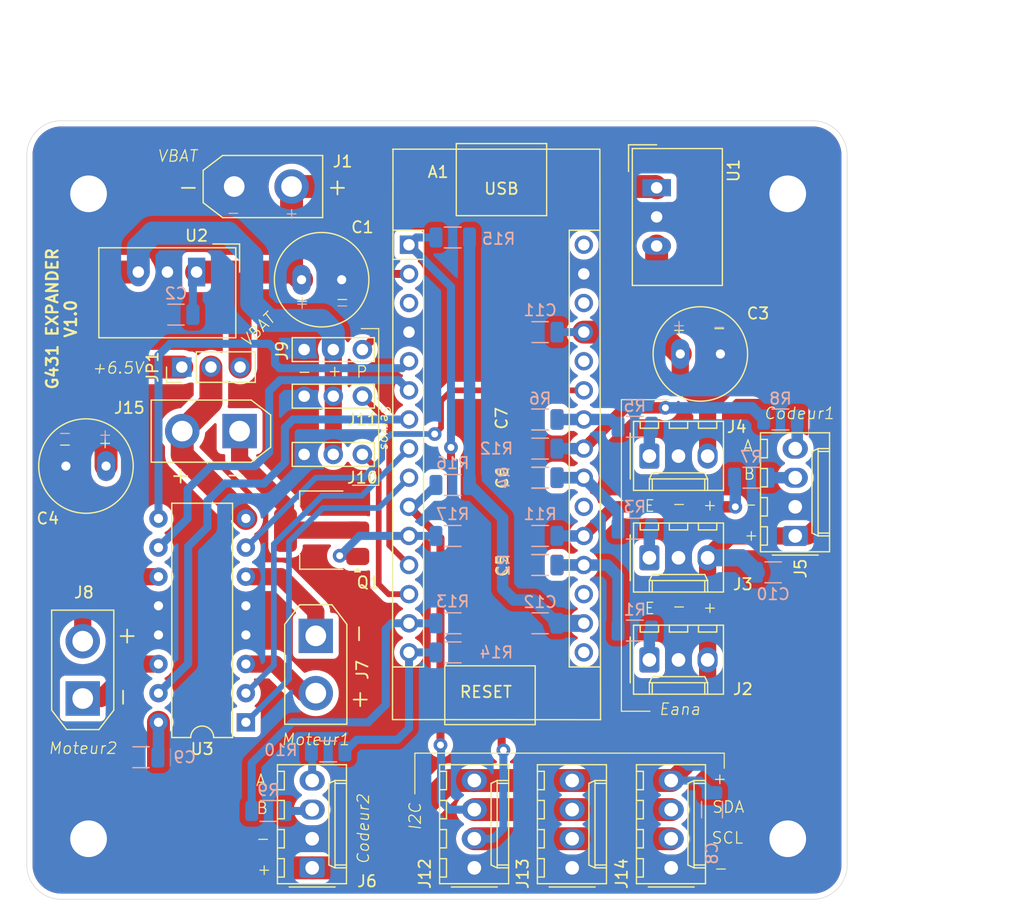
<source format=kicad_pcb>
(kicad_pcb (version 20240108) (generator "pcbnew") (generator_version "8.0")
  (layers (0 "F.Cu" signal) (31 "B.Cu" signal) (34 "B.Paste" user) (35 "F.Paste" user) (36 "B.SilkS" user "B.Silkscreen") (37 "F.SilkS" user "F.Silkscreen") (38 "B.Mask" user) (39 "F.Mask" user) (44 "Edge.Cuts" user))
  (net 0 "")
  (net 1 "/Moteur2_PWM")
  (net 2 "GND")
  (net 5 "/Cde_Mosfet")
  (net 6 "+3.3V")
  (net 8 "/Moteur2_Sens1")
  (net 9 "/Moteur1_PWM")
  (net 10 "/Servo3_PWM")
  (net 12 "+5V")
  (net 14 "/Moteur1_Sens2")
  (net 15 "/Eana2")
  (net 16 "/Eana1")
  (net 17 "/I2C_SCL")
  (net 18 "/Servo1_PWM")
  (net 19 "/I2C_SDA")
  (net 20 "/Moteur1_Sens1")
  (net 21 "/Servo2_PWM")
  (net 22 "/Eana3")
  (net 24 "/Moteur2_Sens2")
  (net 26 "/VBAT")
  (net 27 "/+6.5V")
  (net 28 "/Eana1f")
  (net 29 "/Eana2f")
  (net 30 "/Eana3f")
  (net 31 "Net-(J5-Pin_4)")
  (net 32 "Net-(J5-Pin_3)")
  (net 33 "Net-(J6-Pin_3)")
  (net 34 "Net-(J6-Pin_4)")
  (net 35 "/Mot1_2")
  (net 36 "/Mot1_1")
  (net 37 "/Mot2_2")
  (net 38 "/Mot2_1")
  (net 39 "/+VACTUATORS")
  (net 40 "Net-(J15--)")
  (net 41 "/Codeur1_A")
  (net 42 "/Codeur2_A")
  (net 43 "/Codeur1_B")
  (net 44 "/Codeur2_B")
  (footprint "Connector_Molex:Molex_KK-254_AE-6410-04A_1x04_P2.54mm_Vertical" (layer "F.Cu") (at 149.0365 110.236 90)
    (property "Reference" "J6")
    (property "Value" "Conn_01x04")
  )
  (footprint "Connector_Molex:Molex_KK-254_AE-6410-04A_1x04_P2.54mm_Vertical" (layer "F.Cu") (at 180.34 110.236 90)
    (property "Reference" "J14")
    (property "Value" "Conn_01x04")
  )
  (footprint "Package_TO_SOT_SMD:SOT-223-3_TabPin2" (layer "F.Cu") (at 149.86 80.772 180)
    (property "Reference" "Q1")
    (property "Value" "BSP-76")
  )
  (footprint "Converter_DCDC:Converter_DCDC_TRACO_TSR-1_THT" (layer "F.Cu") (at 179.07 50.9075 -90)
    (property "Reference" "U1")
    (property "Value" "TSR_2-2450")
  )
  (footprint "Capacitor_SMD:C_1206_3216Metric" (layer "F.Cu") (at 168.91 83.82)
    (property "Reference" "C5")
    (property "Value" "Value")
  )
  (footprint "XT30:AMASS_XT30UPB-M_1x02_P5.0mm_Vertical" (layer "F.Cu") (at 142.24 50.8)
    (property "Reference" "J1")
    (property "Value" "Conn_XT30M")
  )
  (footprint "Passive:C_Radial_D8.0mm_H11.5mm_P3.50mm" (layer "F.Cu") (at 131.064 75.184 180)
    (property "Reference" "C4")
    (property "Value" "220u")
  )
  (footprint "Connector_Molex:Molex_KK-254_AE-6410-04A_1x04_P2.54mm_Vertical" (layer "F.Cu") (at 191.155 81.28 90)
    (property "Reference" "J5")
    (property "Value" "Conn_01x04")
  )
  (footprint "Nucleo-STM32:Nucleo32-STM32-2x15pins" (layer "F.Cu") (at 157.48 53.34)
    (property "Reference" "A1")
    (property "Value" "Nucleo32-STM32G431KB")
  )
  (footprint "Connector_Molex:Molex_KK-254_AE-6410-03A_1x03_P2.54mm_Vertical" (layer "F.Cu") (at 178.435 74.315)
    (property "Reference" "J4")
    (property "Value" "Conn_01x03")
  )
  (footprint "MountingHole:MountingHole_3.2mm_M3_Pad" (layer "F.Cu") (at 129.54 51.435)
    (property "Reference" "H1" (hide yes))
    (property "Value" "MountingHole_Pad")
  )
  (footprint "Connector_Molex:Molex_KK-254_AE-6410-04A_1x04_P2.54mm_Vertical" (layer "F.Cu") (at 171.704 110.236 90)
    (property "Reference" "J13")
    (property "Value" "Conn_01x04")
  )
  (footprint "Servomotors:Servomotor-3x254" (layer "F.Cu") (at 153.416 74.168 180)
    (property "Reference" "J10")
    (property "Value" "Conn_01x03")
  )
  (footprint "Connector_Molex:Molex_KK-254_AE-6410-04A_1x04_P2.54mm_Vertical" (layer "F.Cu") (at 163.175 110.236 90)
    (property "Reference" "J12")
    (property "Value" "Conn_01x04")
  )
  (footprint "Converter_DCDC:Converter_DCDC_TRACO_TSR-1_THT" (layer "F.Cu") (at 138.9575 58.2615 180)
    (property "Reference" "U2")
    (property "Value" "TSR_2-2465")
  )
  (footprint "Connector_Molex:Molex_KK-254_AE-6410-03A_1x03_P2.54mm_Vertical" (layer "F.Cu") (at 178.435 92.095)
    (property "Reference" "J2")
    (property "Value" "Conn_01x03")
  )
  (footprint "Package_DIP:DIP-16_W7.62mm" (layer "F.Cu") (at 143.256 97.536 180)
    (property "Reference" "U3")
    (property "Value" "L293D")
  )
  (footprint "Servomotors:Servomotor-3x254" (layer "F.Cu") (at 153.4195 69.088 180)
    (property "Reference" "J11")
    (property "Value" "Conn_01x03")
  )
  (footprint "XT30:AMASS_XT30UPB-F_1x02_P5.0mm_Vertical" (layer "F.Cu") (at 129.032 95.464 90)
    (property "Reference" "J8")
    (property "Value" "Conn_XT30F")
  )
  (footprint "Connector_PinHeader_2.54mm:PinHeader_1x03_P2.54mm_Vertical" (layer "F.Cu") (at 137.668 66.548 90)
    (property "Reference" "JP1")
    (property "Value" "SolderJumper_3_Open")
  )
  (footprint "Connector_Molex:Molex_KK-254_AE-6410-03A_1x03_P2.54mm_Vertical" (layer "F.Cu") (at 178.435 83.185)
    (property "Reference" "J3")
    (property "Value" "Conn_01x03")
  )
  (footprint "MountingHole:MountingHole_3.2mm_M3_Pad" (layer "F.Cu") (at 190.5 107.696)
    (property "Reference" "H4" (hide yes))
    (property "Value" "MountingHole_Pad")
  )
  (footprint "MountingHole:MountingHole_3.2mm_M3_Pad" (layer "F.Cu") (at 190.5 51.435)
    (property "Reference" "H2" (hide yes))
    (property "Value" "MountingHole_Pad")
  )
  (footprint "Capacitor_SMD:C_1206_3216Metric" (layer "F.Cu") (at 168.91 76.2)
    (property "Reference" "C6")
    (property "Value" "Value")
  )
  (footprint "MountingHole:MountingHole_3.2mm_M3_Pad" (layer "F.Cu") (at 129.54 107.696)
    (property "Reference" "H3" (hide yes))
    (property "Value" "MountingHole_Pad")
  )
  (footprint "XT30:AMASS_XT30UPB-F_1x02_P5.0mm_Vertical" (layer "F.Cu") (at 149.352 89.996 -90)
    (property "Reference" "J7")
    (property "Value" "Conn_XT30F")
  )
  (footprint "Passive:C_Radial_D8.0mm_H11.5mm_P3.50mm" (layer "F.Cu") (at 148.11 58.928)
    (property "Reference" "C1")
    (property "Value" "220u")
  )
  (footprint "Capacitor_SMD:C_1206_3216Metric" (layer "F.Cu") (at 168.91 71.12)
    (property "Reference" "C7")
    (property "Value" "Value")
  )
  (footprint "Passive:C_Radial_D8.0mm_H11.5mm_P3.50mm" (layer "F.Cu") (at 181.13 65.405)
    (property "Reference" "C3")
    (property "Value" "220u")
  )
  (footprint "XT30:AMASS_XT30UPB-F_1x02_P5.0mm_Vertical" (layer "F.Cu") (at 142.708 72.136 180)
    (property "Reference" "J15")
    (property "Value" "Conn_XT30F")
  )
  (footprint "Servomotors:Servomotor-3x254" (layer "F.Cu") (at 153.416 65.024 180)
    (property "Reference" "J9")
    (property "Value" "Conn_01x03")
  )
  (footprint "Resistor_SMD:R_1206_3216Metric" (layer "B.Cu") (at 168.91 71.12 180)
    (property "Reference" "R6")
    (property "Value" "R")
  )
  (footprint "Capacitor_SMD:C_1206_3216Metric" (layer "B.Cu") (at 134.112 100.584 180)
    (property "Reference" "C9")
    (property "Value" "100n")
  )
  (footprint "Resistor_SMD:R_1206_3216Metric" (layer "B.Cu") (at 161.29 81.28)
    (property "Reference" "R17")
    (property "Value" "R")
  )
  (footprint "Resistor_SMD:R_1206_3216Metric" (layer "B.Cu") (at 177.165 89.535 180)
    (property "Reference" "R1")
    (property "Value" "R")
  )
  (footprint "Capacitor_SMD:C_1206_3216Metric" (layer "B.Cu") (at 168.91 63.5 180)
    (property "Reference" "C11")
    (property "Value" "100n")
  )
  (footprint "Resistor_SMD:R_1206_3216Metric" (layer "B.Cu") (at 177.165 80.645 180)
    (property "Reference" "R3")
    (property "Value" "R")
  )
  (footprint "Resistor_SMD:R_1206_3216Metric" (layer "B.Cu") (at 168.91 76.2 180)
    (property "Reference" "R4")
    (property "Value" "R")
  )
  (footprint "Capacitor_SMD:C_1206_3216Metric" (layer "B.Cu") (at 189.23 84.455)
    (property "Reference" "C10")
    (property "Value" "100n")
  )
  (footprint "Resistor_SMD:R_1206_3216Metric" (layer "B.Cu") (at 189.865 71.12 180)
    (property "Reference" "R8")
    (property "Value" "10k")
  )
  (footprint "Resistor_SMD:R_1206_3216Metric" (layer "B.Cu") (at 177.165 71.755 180)
    (property "Reference" "R5")
    (property "Value" "R")
  )
  (footprint "Resistor_SMD:R_1206_3216Metric" (layer "B.Cu") (at 161.29 55.245 180)
    (property "Reference" "R15")
    (property "Value" "2.2k")
  )
  (footprint "Resistor_SMD:R_1206_3216Metric" (layer "B.Cu") (at 161.29 88.9)
    (property "Reference" "R13")
    (property "Value" "18k")
  )
  (footprint "Resistor_SMD:R_1206_3216Metric" (layer "B.Cu") (at 161.29 76.835 180)
    (property "Reference" "R16")
    (property "Value" "2.2k")
  )
  (footprint "Resistor_SMD:R_1206_3216Metric" (layer "B.Cu") (at 168.91 81.28 180)
    (property "Reference" "R11")
    (property "Value" "18k")
  )
  (footprint "Resistor_SMD:R_1206_3216Metric" (layer "B.Cu") (at 187.325 76.2 180)
    (property "Reference" "R7")
    (property "Value" "10k")
  )
  (footprint "Resistor_SMD:R_1206_3216Metric" (layer "B.Cu") (at 150.4295 100.076)
    (property "Reference" "R10")
    (property "Value" "10k")
  )
  (footprint "Resistor_SMD:R_1206_3216Metric" (layer "B.Cu") (at 145.2265 105.271 180)
    (property "Reference" "R9")
    (property "Value" "10k")
  )
  (footprint "Resistor_SMD:R_1206_3216Metric" (layer "B.Cu") (at 161.29 91.44)
    (property "Reference" "R14")
    (property "Value" "18k")
  )
  (footprint "Capacitor_SMD:C_1206_3216Metric" (layer "B.Cu") (at 137.16 61.976 180)
    (property "Reference" "C2")
    (property "Value" "100n")
  )
  (footprint "Capacitor_SMD:C_1206_3216Metric" (layer "B.Cu") (at 183.896 105.156 -90)
    (property "Reference" "C8")
    (property "Value" "100n")
  )
  (footprint "Resistor_SMD:R_1206_3216Metric" (layer "B.Cu") (at 168.91 83.82 180)
    (property "Reference" "R2")
    (property "Value" "R")
  )
  (footprint "Resistor_SMD:R_1206_3216Metric" (layer "B.Cu") (at 168.91 73.66 180)
    (property "Reference" "R12")
    (property "Value" "18k")
  )
  (footprint "Capacitor_SMD:C_1206_3216Metric" (layer "B.Cu") (at 168.91 88.9 180)
    (property "Reference" "C12")
    (property "Value" "100n")
  )
  (gr_line (start 154.8384 63.1952) (end 154.8384 76.8604) (stroke (width 0.1)) (layer "F.SilkS"))
  (gr_line (start 157.988 103.7844) (end 157.988 100.2284) (stroke (width 0.1)) (layer "F.SilkS"))
  (gr_line (start 154.8384 76.8604) (end 152.5524 76.8604) (stroke (width 0.1)) (layer "F.SilkS"))
  (gr_line (start 153.3144 63.1952) (end 154.8384 63.1952) (stroke (width 0.1)) (layer "F.SilkS"))
  (gr_line (start 175.9966 69.3928) (end 175.9966 96.5708) (stroke (width 0.1)) (layer "F.SilkS"))
  (gr_line (start 180.1622 69.3928) (end 175.9966 69.3928) (stroke (width 0.1)) (layer "F.SilkS"))
  (gr_line (start 184.9628 100.2284) (end 184.9628 101.5492) (stroke (width 0.1)) (layer "F.SilkS"))
  (gr_line (start 175.9966 96.5708) (end 178.4858 96.5708) (stroke (width 0.1)) (layer "F.SilkS"))
  (gr_line (start 157.988 100.2284) (end 184.9628 100.2284) (stroke (width 0.1)) (layer "F.SilkS"))
  (gr_line (start 127.1552 45.0596) (end 192.6816 45.0596) (stroke (width 0.05)) (layer "Edge.Cuts"))
  (gr_line (start 124.1552 109.9792) (end 124.1552 48.0596) (stroke (width 0.05)) (layer "Edge.Cuts"))
  (gr_line (start 192.6816 112.9792) (end 127.1552 112.9792) (stroke (width 0.05)) (layer "Edge.Cuts"))
  (gr_arc (start 192.6816 45.0596) (mid 194.80292 45.93828) (end 195.6816 48.0596) (stroke (width 0.05)) (layer "Edge.Cuts"))
  (gr_arc (start 195.6816 109.9792) (mid 194.80292 112.10052) (end 192.6816 112.9792) (stroke (width 0.05)) (layer "Edge.Cuts"))
  (gr_line (start 195.6816 48.0596) (end 195.6816 109.9792) (stroke (width 0.05)) (layer "Edge.Cuts"))
  (gr_arc (start 127.1552 112.9792) (mid 125.03388 112.10052) (end 124.1552 109.9792) (stroke (width 0.05)) (layer "Edge.Cuts"))
  (gr_arc (start 124.1552 48.0596) (mid 125.03388 45.93828) (end 127.1552 45.0596) (stroke (width 0.05)) (layer "Edge.Cuts"))
  (gr_text "-" (at 128.1684 72.8472 0) (layer "B.SilkS") (effects (font (size 1 1) (thickness 0.1)) (justify left bottom mirror)))
  (gr_text "+" (at 147.4724 60.5536 180) (layer "B.SilkS") (effects (font (size 1 1) (thickness 0.1)) (justify left bottom mirror)))
  (gr_text "+" (at 180.34 62.4332 180) (layer "B.SilkS") (effects (font (size 1 1) (thickness 0.1)) (justify left bottom mirror)))
  (gr_text "-" (at 141.478 52.6288 180) (layer "B.SilkS") (effects (font (size 1 1) (thickness 0.1)) (justify left bottom mirror)))
  (gr_text "+" (at 131.6736 72.9996 0) (layer "B.SilkS") (effects (font (size 1 1) (thickness 0.1)) (justify left bottom mirror)))
  (gr_text "+" (at 146.558 52.6796 180) (layer "B.SilkS") (effects (font (size 1 1) (thickness 0.1)) (justify left bottom mirror)))
  (gr_text "-" (at 150.9776 60.706 180) (layer "B.SilkS") (effects (font (size 1 1) (thickness 0.1)) (justify left bottom mirror)))
  (gr_text "-" (at 183.8452 62.5856 180) (layer "B.SilkS") (effects (font (size 1 1) (thickness 0.1)) (justify left bottom mirror)))
  (gr_text "A" (at 186.5376 74.0156 0) (layer "F.SilkS") (effects (font (size 1 1) (thickness 0.1)) (justify left bottom)))
  (gr_text "-" (at 147.6756 67.5132 0) (layer "F.SilkS") (effects (font (size 1 1) (thickness 0.1)) (justify left bottom)))
  (gr_text "Codeur1" (at 188.3664 71.1708 0) (layer "F.SilkS") (effects (font (size 1 1) (thickness 0.1) (italic yes)) (justify left bottom)))
  (gr_text "-" (at 128.1684 72.8472 180) (layer "F.SilkS") (effects (font (size 1 1) (thickness 0.1)) (justify left bottom)))
  (gr_text "E" (at 177.9524 79.248 0) (layer "F.SilkS") (effects (font (size 1 1) (thickness 0.1)) (justify left bottom)))
  (gr_text "+" (at 186.6392 81.788 0) (layer "F.SilkS") (effects (font (size 1 1) (thickness 0.1)) (justify left bottom)))
  (gr_text "+" (at 147.4724 61.3156 0) (layer "F.SilkS") (effects (font (size 1 1) (thickness 0.1)) (justify left bottom)))
  (gr_text "Eana" (at 179.2224 96.9772 0) (layer "F.SilkS") (effects (font (size 1 1) (thickness 0.1) (italic yes)) (justify left bottom)))
  (gr_text "-" (at 144.0688 108.2548 0) (layer "F.SilkS") (effects (font (size 1 1) (thickness 0.1)) (justify left bottom)))
  (gr_text "-" (at 180.34 79.0448 0) (layer "F.SilkS") (effects (font (size 1 1) (thickness 0.1)) (justify left bottom)))
  (gr_text "+" (at 131.6736 72.6948 180) (layer "F.SilkS") (effects (font (size 1 1) (thickness 0.1)) (justify left bottom)))
  (gr_text "Servos" (at 154.94 69.7992 270) (layer "F.SilkS") (effects (font (size 0.8 0.8) (thickness 0.1) (italic yes)) (justify left bottom)))
  (gr_text "+" (at 183.0324 79.1464 0) (layer "F.SilkS") (effects (font (size 1 1) (thickness 0.1)) (justify left bottom)))
  (gr_text "E" (at 177.9524 88.1888 0) (layer "F.SilkS") (effects (font (size 1 1) (thickness 0.1)) (justify left bottom)))
  (gr_text "VBAT" (at 143.4592 64.9732 45) (layer "F.SilkS") (effects (font (size 1 1) (thickness 0.1) (italic yes)) (justify left bottom)))
  (gr_text "-" (at 150.9776 61.1632 0) (layer "F.SilkS") (effects (font (size 1 1) (thickness 0.1)) (justify left bottom)))
  (gr_text "SCL" (at 183.7944 108.204 0) (layer "F.SilkS") (effects (font (size 1 1) (thickness 0.1)) (justify left bottom)))
  (gr_text "Codeur2" (at 154.0764 109.982 90) (layer "F.SilkS") (effects (font (size 1 1) (thickness 0.1) (italic yes)) (justify left bottom)))
  (gr_text "VBAT" (at 135.4836 48.7172 0) (layer "F.SilkS") (effects (font (size 1 1) (thickness 0.1) (italic yes)) (justify left bottom)))
  (gr_text "B" (at 186.5884 76.454 0) (layer "F.SilkS") (effects (font (size 1 1) (thickness 0.1)) (justify left bottom)))
  (gr_text "-" (at 186.5376 79.0956 0) (layer "F.SilkS") (effects (font (size 1 1) (thickness 0.1)) (justify left bottom)))
  (gr_text "-" (at 180.34 87.9856 0) (layer "F.SilkS") (effects (font (size 1 1) (thickness 0.1)) (justify left bottom)))
  (gr_text "A" (at 144.0688 103.1748 0) (layer "F.SilkS") (effects (font (size 1 1) (thickness 0.1)) (justify left bottom)))
  (gr_text "SDA" (at 183.8452 105.5116 0) (layer "F.SilkS") (effects (font (size 1 1) (thickness 0.1)) (justify left bottom)))
  (gr_text "P" (at 152.8064 67.564 0) (layer "F.SilkS") (effects (font (size 1 1) (thickness 0.1)) (justify left bottom)))
  (gr_text "-" (at 183.9976 110.8456 0) (layer "F.SilkS") (effects (font (size 1 1) (thickness 0.1)) (justify left bottom)))
  (gr_text "I2C" (at 158.5976 107.0356 90) (layer "F.SilkS") (effects (font (size 1 1) (thickness 0.1) (italic yes)) (justify left bottom)))
  (gr_text "+" (at 144.1704 110.9472 0) (layer "F.SilkS") (effects (font (size 1 1) (thickness 0.1)) (justify left bottom)))
  (gr_text "G431 EXPANDER\nV1.0" (at 128.5748 62.3316 90) (layer "F.SilkS") (effects (font (size 1 1) (thickness 0.2) (bold yes)) (justify bottom)))
  (gr_text "Moteur2" (at 125.984 100.3808 0) (layer "F.SilkS") (effects (font (size 1 1) (thickness 0.1) (italic yes)) (justify left bottom)))
  (gr_text "+6.5V" (at 129.794 67.2084 0) (layer "F.SilkS") (effects (font (size 1 1) (thickness 0.1) (italic yes)) (justify left bottom)))
  (gr_text "-" (at 183.8452 63.7032 0) (layer "F.SilkS") (effects (font (size 1 1) (thickness 0.1)) (justify left bottom)))
  (gr_text "+" (at 180.34 63.8556 0) (layer "F.SilkS") (effects (font (size 1 1) (thickness 0.1)) (justify left bottom)))
  (gr_text "+" (at 183.0324 88.0872 0) (layer "F.SilkS") (effects (font (size 1 1) (thickness 0.1)) (justify left bottom)))
  (gr_text "B" (at 144.1196 105.6132 0) (layer "F.SilkS") (effects (font (size 1 1) (thickness 0.1)) (justify left bottom)))
  (gr_text "+" (at 150.3172 67.4624 0) (layer "F.SilkS") (effects (font (size 1 1) (thickness 0.1)) (justify left bottom)))
  (gr_text "+" (at 183.896 103.0224 0) (layer "F.SilkS") (effects (font (size 1 1) (thickness 0.1)) (justify left bottom)))
  (gr_text "Moteur1" (at 146.304 99.6188 0) (layer "F.SilkS") (effects (font (size 1 1) (thickness 0.1) (italic yes)) (justify left bottom)))
  (segment (start 145.796 66.2432) (end 146.2024 66.6496) (width 0.7) (layer "B.Cu") (net 1))
  (segment (start 156.8704 66.6496) (end 157.48 66.04) (width 0.7) (layer "B.Cu") (net 1))
  (segment (start 146.2024 66.6496) (end 156.3624 66.6496) (width 0.7) (layer "B.Cu") (net 1))
  (segment (start 135.636 79.756) (end 135.636 65.532) (width 0.7) (layer "B.Cu") (net 1))
  (segment (start 135.636 65.532) (end 136.652 64.516) (width 0.7) (layer "B.Cu") (net 1))
  (segment (start 136.652 64.516) (end 145.288 64.516) (width 0.7) (layer "B.Cu") (net 1))
  (segment (start 156.3624 66.6496) (end 156.8704 66.6496) (width 0.7) (layer "B.Cu") (net 1))
  (segment (start 145.796 65.024) (end 145.796 66.2432) (width 0.7) (layer "B.Cu") (net 1))
  (segment (start 145.288 64.516) (end 145.796 65.024) (width 0.7) (layer "B.Cu") (net 1))
  (segment (start 180.34 110.236) (end 163.175 110.236) (width 2) (layer "F.Cu") (net 2))
  (segment (start 182.7725 53.4475) (end 179.07 53.4475) (width 2) (layer "F.Cu") (net 2))
  (segment (start 148.3395 74.1645) (end 148.336 74.168) (width 1.5) (layer "F.Cu") (net 2))
  (segment (start 148.3395 69.088) (end 148.3395 74.1645) (width 1.5) (layer "F.Cu") (net 2))
  (segment (start 148.336 65.024) (end 148.336 69.0845) (width 2) (layer "F.Cu") (net 2))
  (segment (start 181.61 46.99) (end 184.15 49.53) (width 2) (layer "F.Cu") (net 2))
  (segment (start 148.336 69.0845) (end 148.3395 69.088) (width 2) (layer "F.Cu") (net 2))
  (segment (start 148.336 69.0915) (end 148.3395 69.088) (width 1.5) (layer "F.Cu") (net 2))
  (segment (start 146.05 46.99) (end 181.61 46.99) (width 2) (layer "F.Cu") (net 2))
  (segment (start 142.24 50.8) (end 146.05 46.99) (width 2) (layer "F.Cu") (net 2))
  (segment (start 180.975 83.185) (end 180.975 92.095) (width 1.5) (layer "F.Cu") (net 2))
  (segment (start 184.15 52.07) (end 182.7725 53.4475) (width 2) (layer "F.Cu") (net 2))
  (segment (start 184.15 49.53) (end 184.15 52.07) (width 2) (layer "F.Cu") (net 2))
  (segment (start 151.4348 83.0072) (end 152.9452 83.0072) (width 0.7) (layer "F.Cu") (net 5))
  (segment (start 152.9452 83.0072) (end 153.01 83.072) (width 0.7) (layer "F.Cu") (net 5))
  (via (at 151.4348 83.0072) (size 1.2) (drill 0.6) (layers "F.Cu" "B.Cu") (net 5))
  (segment (start 157.48 81.28) (end 159.8275 81.28) (width 0.7) (layer "B.Cu") (net 5))
  (segment (start 153.162 81.28) (end 151.4348 83.0072) (width 0.7) (layer "B.Cu") (net 5))
  (segment (start 157.48 81.28) (end 153.162 81.28) (width 0.7) (layer "B.Cu") (net 5))
  (segment (start 165.642 79.7245) (end 165.642 85.886) (width 1) (layer "B.Cu") (net 6))
  (segment (start 166.624 86.868) (end 168.353 86.868) (width 1) (layer "B.Cu") (net 6))
  (segment (start 168.353 86.868) (end 170.385 88.9) (width 1) (layer "B.Cu") (net 6))
  (segment (start 162.7525 76.835) (end 165.642 79.7245) (width 1) (layer "B.Cu") (net 6))
  (segment (start 162.7525 55.245) (end 162.7525 76.835) (width 1) (layer "B.Cu") (net 6))
  (segment (start 165.642 85.886) (end 166.624 86.868) (width 1) (layer "B.Cu") (net 6))
  (segment (start 170.385 88.9) (end 172.72 88.9) (width 1.5) (layer "B.Cu") (net 6))
  (segment (start 135.636 82.296) (end 138.176 79.756) (width 0.7) (layer "B.Cu") (net 8))
  (segment (start 140.208 75.184) (end 144.0688 75.184) (width 0.7) (layer "B.Cu") (net 8))
  (segment (start 146.2308 67.688) (end 156.588 67.688) (width 0.7) (layer "B.Cu") (net 8))
  (segment (start 145.288 68.6308) (end 146.2308 67.688) (width 0.7) (layer "B.Cu") (net 8))
  (segment (start 138.176 77.216) (end 140.208 75.184) (width 0.7) (layer "B.Cu") (net 8))
  (segment (start 156.588 67.688) (end 157.48 68.58) (width 0.7) (layer "B.Cu") (net 8))
  (segment (start 145.288 73.9648) (end 145.288 68.6308) (width 0.7) (layer "B.Cu") (net 8))
  (segment (start 138.176 79.756) (end 138.176 77.216) (width 0.7) (layer "B.Cu") (net 8))
  (segment (start 144.0688 75.184) (end 145.288 73.9648) (width 0.7) (layer "B.Cu") (net 8))
  (segment (start 147.0152 93.7768) (end 143.256 97.536) (width 0.5) (layer "B.Cu") (net 9))
  (segment (start 154.8384 78.8416) (end 149.9616 78.8416) (width 0.5) (layer "B.Cu") (net 9))
  (segment (start 147.0152 81.788) (end 147.0152 93.7768) (width 0.5) (layer "B.Cu") (net 9))
  (segment (start 149.9616 78.8416) (end 147.0152 81.788) (width 0.5) (layer "B.Cu") (net 9))
  (segment (start 157.48 76.2) (end 154.8384 78.8416) (width 0.5) (layer "B.Cu") (net 9))
  (segment (start 155.7528 71.4213) (end 155.7528 82.0928) (width 0.5) (layer "F.Cu") (net 10))
  (segment (start 153.4195 69.088) (end 155.7528 71.4213) (width 0.5) (layer "F.Cu") (net 10))
  (segment (start 155.7528 82.0928) (end 157.48 83.82) (width 0.5) (layer "F.Cu") (net 10))
  (segment (start 179.07 55.9875) (end 179.07 63.345) (width 2) (layer "F.Cu") (net 12))
  (segment (start 191.155 81.28) (end 192.25 81.28) (width 1.5) (layer "F.Cu") (net 12))
  (segment (start 185.42 68.072) (end 183.388 70.104) (width 1.5) (layer "F.Cu") (net 12))
  (segment (start 179.225 63.5) (end 172.72 63.5) (width 2) (layer "F.Cu") (net 12))
  (segment (start 181.13 67.846) (end 183.388 70.104) (width 1.5) (layer "F.Cu") (net 12))
  (segment (start 183.515 83.185) (end 185.42 81.28) (width 1.5) (layer "F.Cu") (net 12))
  (segment (start 179.07 63.345) (end 181.13 65.405) (width 1.5) (layer "F.Cu") (net 12))
  (segment (start 193.548 79.982) (end 193.548 68.58) (width 1.5) (layer "F.Cu") (net 12))
  (segment (start 183.515 70.231) (end 183.515 74.315) (width 1.5) (layer "F.Cu") (net 12))
  (segment (start 183.515 92.095) (end 183.515 99.441) (width 1.5) (layer "F.Cu") (net 12))
  (segment (start 183.515 99.441) (end 180.34 102.616) (width 1.5) (layer "F.Cu") (net 12))
  (segment (start 141.224 110.236) (end 149.0365 110.236) (width 2) (layer "F.Cu") (net 12))
  (segment (start 157.988 109.728) (end 157.48 110.236) (width 2) (layer "F.Cu") (net 12))
  (segment (start 181.13 65.405) (end 179.225 63.5) (width 2) (layer "F.Cu") (net 12))
  (segment (start 163.175 102.616) (end 180.34 102.616) (width 2) (layer "F.Cu") (net 12))
  (segment (start 183.388 70.104) (end 183.515 70.231) (width 1.5) (layer "F.Cu") (net 12))
  (segment (start 163.175 102.616) (end 161.036 102.616) (width 2) (layer "F.Cu") (net 12))
  (segment (start 161.036 102.616) (end 157.988 105.664) (width 2) (layer "F.Cu") (net 12))
  (segment (start 193.548 68.58) (end 193.04 68.072) (width 1.5) (layer "F.Cu") (net 12))
  (segment (start 185.42 81.28) (end 191.155 81.28) (width 1.5) (layer "F.Cu") (net 12))
  (segment (start 135.636 97.536) (end 135.636 104.648) (width 2) (layer "F.Cu") (net 12))
  (segment (start 192.25 81.28) (end 193.548 79.982) (width 1.5) (layer "F.Cu") (net 12))
  (segment (start 157.48 110.236) (end 149.0365 110.236) (width 2) (layer "F.Cu") (net 12))
  (segment (start 193.04 68.072) (end 185.42 68.072) (width 1.5) (layer "F.Cu") (net 12))
  (segment (start 183.515 92.095) (end 183.515 83.185) (width 1.5) (layer "F.Cu") (net 12))
  (segment (start 181.13 65.405) (end 181.13 67.846) (width 1.5) (layer "F.Cu") (net 12))
  (segment (start 157.988 105.664) (end 157.988 109.728) (width 2) (layer "F.Cu") (net 12))
  (segment (start 135.636 104.648) (end 141.224 110.236) (width 2) (layer "F.Cu") (net 12))
  (segment (start 183.515 83.185) (end 186.485 83.185) (width 1.5) (layer "B.Cu") (net 12))
  (segment (start 135.636 97.536) (end 135.636 100.535) (width 1) (layer "B.Cu") (net 12))
  (segment (start 170.385 63.5) (end 172.72 63.5) (width 0.7) (layer "B.Cu") (net 12))
  (segment (start 182.831 102.616) (end 180.34 102.616) (width 0.7) (layer "B.Cu") (net 12))
  (segment (start 183.896 103.681) (end 182.831 102.616) (width 0.7) (layer "B.Cu") (net 12))
  (segment (start 186.485 83.185) (end 187.755 84.455) (width 1.5) (layer "B.Cu") (net 12))
  (segment (start 159.7152 72.39) (end 160.274 71.8312) (width 0.5) (layer "F.Cu") (net 14))
  (segment (start 160.274 69.4944) (end 161.1884 68.58) (width 0.5) (layer "F.Cu") (net 14))
  (segment (start 161.1884 68.58) (end 172.72 68.58) (width 0.5) (layer "F.Cu") (net 14))
  (segment (start 160.274 71.8312) (end 160.274 69.4944) (width 0.5) (layer "F.Cu") (net 14))
  (via (at 159.7152 72.39) (size 1.2) (drill 0.6) (layers "F.Cu" "B.Cu") (net 14))
  (segment (start 153.4668 76.2) (end 153.5176 76.1492) (width 0.7) (layer "B.Cu") (net 14))
  (segment (start 155.1432 73.152) (end 155.7528 72.5424) (width 0.5) (layer "B.Cu") (net 14))
  (segment (start 155.9052 72.39) (end 159.7152 72.39) (width 0.5) (layer "B.Cu") (net 14))
  (segment (start 153.5176 76.1492) (end 155.1432 74.5236) (width 0.5) (layer "B.Cu") (net 14))
  (segment (start 143.256 82.296) (end 149.352 76.2) (width 0.5) (layer "B.Cu") (net 14))
  (segment (start 155.1432 74.5236) (end 155.1432 73.152) (width 0.5) (layer "B.Cu") (net 14))
  (segment (start 155.7528 72.5424) (end 155.8036 72.5424) (width 0.5) (layer "B.Cu") (net 14))
  (segment (start 149.5552 76.2) (end 153.4668 76.2) (width 0.5) (layer "B.Cu") (net 14))
  (segment (start 155.7528 72.5424) (end 155.9052 72.39) (width 0.5) (layer "B.Cu") (net 14))
  (segment (start 178.435 83.185) (end 178.435 80.8375) (width 1) (layer "B.Cu") (net 15))
  (segment (start 178.435 80.8375) (end 178.6275 80.645) (width 1) (layer "B.Cu") (net 15))
  (segment (start 178.435 92.095) (end 178.435 89.7275) (width 1) (layer "B.Cu") (net 16))
  (segment (start 178.435 89.7275) (end 178.6275 89.535) (width 1) (layer "B.Cu") (net 16))
  (segment (start 163.175 107.696) (end 180.34 107.696) (width 2) (layer "F.Cu") (net 17))
  (segment (start 161.1376 80.1624) (end 162.9156 81.9404) (width 0.7) (layer "F.Cu") (net 17))
  (segment (start 165.5572 93.5736) (end 165.5572 99.822) (width 0.7) (layer "F.Cu") (net 17))
  (segment (start 165.5572 99.822) (end 165.7096 99.9744) (width 0.7) (layer "F.Cu") (net 17))
  (segment (start 162.9156 90.932) (end 165.5572 93.5736) (width 0.7) (layer "F.Cu") (net 17))
  (segment (start 161.1376 73.5584) (end 161.1376 80.1624) (width 0.7) (layer "F.Cu") (net 17))
  (segment (start 162.9156 81.9404) (end 162.9156 90.932) (width 0.7) (layer "F.Cu") (net 17))
  (via (at 165.7096 99.9744) (size 1.2) (drill 0.6) (layers "F.Cu" "B.Cu") (net 17))
  (via (at 161.1376 73.5584) (size 1.2) (drill 0.6) (layers "F.Cu" "B.Cu") (net 17))
  (segment (start 159.8275 55.245) (end 158.115 55.245) (width 0.7) (layer "B.Cu") (net 17))
  (segment (start 161.1376 59.5376) (end 161.1376 73.5584) (width 0.7) (layer "B.Cu") (net 17))
  (segment (start 165.7096 106.7816) (end 164.7952 107.696) (width 0.7) (layer "B.Cu") (net 17))
  (segment (start 165.7096 99.9744) (end 165.7096 106.7816) (width 0.7) (layer "B.Cu") (net 17))
  (segment (start 158.115 55.245) (end 157.48 55.88) (width 0.7) (layer "B.Cu") (net 17))
  (segment (start 164.7952 107.696) (end 163.175 107.696) (width 0.7) (layer "B.Cu") (net 17))
  (segment (start 157.48 55.88) (end 161.1376 59.5376) (width 0.7) (layer "B.Cu") (net 17))
  (segment (start 154.432 59.436) (end 155.448 58.42) (width 0.7) (layer "F.Cu") (net 18))
  (segment (start 154.432 64.008) (end 154.432 59.436) (width 0.7) (layer "F.Cu") (net 18))
  (segment (start 155.448 58.42) (end 157.48 58.42) (width 0.7) (layer "F.Cu") (net 18))
  (segment (start 153.416 65.024) (end 154.432 64.008) (width 0.7) (layer "F.Cu") (net 18))
  (segment (start 157.48 78.74) (end 160.2232 81.4832) (width 0.7) (layer "F.Cu") (net 19))
  (segment (start 180.34 105.156) (end 163.175 105.156) (width 2) (layer "F.Cu") (net 19))
  (segment (start 160.2232 81.4832) (end 160.2232 99.5172) (width 0.7) (layer "F.Cu") (net 19))
  (via (at 160.2232 99.5172) (size 1.2) (drill 0.6) (layers "F.Cu" "B.Cu") (net 19))
  (segment (start 160.274 104.394) (end 161.036 105.156) (width 0.7) (layer "B.Cu") (net 19))
  (segment (start 160.274 99.568) (end 160.274 104.394) (width 0.7) (layer "B.Cu") (net 19))
  (segment (start 161.036 105.156) (end 163.175 105.156) (width 0.7) (layer "B.Cu") (net 19))
  (segment (start 160.2232 99.5172) (end 160.274 99.568) (width 0.7) (layer "B.Cu") (net 19))
  (segment (start 157.9225 78.74) (end 159.8275 76.835) (width 0.7) (layer "B.Cu") (net 19))
  (segment (start 157.48 78.74) (end 157.9225 78.74) (width 0.7) (layer "B.Cu") (net 19))
  (segment (start 145.6944 81.9912) (end 149.9108 77.7748) (width 0.5) (layer "B.Cu") (net 20))
  (segment (start 153.3652 77.7748) (end 157.48 73.66) (width 0.5) (layer "B.Cu") (net 20))
  (segment (start 145.6944 92.5576) (end 145.6944 81.9912) (width 0.5) (layer "B.Cu") (net 20))
  (segment (start 149.9108 77.7748) (end 153.3652 77.7748) (width 0.5) (layer "B.Cu") (net 20))
  (segment (start 143.256 94.996) (end 145.6944 92.5576) (width 0.5) (layer "B.Cu") (net 20))
  (segment (start 153.416 74.168) (end 154.8384 75.5904) (width 0.5) (layer "F.Cu") (net 21))
  (segment (start 154.8384 85.4964) (end 155.702 86.36) (width 0.5) (layer "F.Cu") (net 21))
  (segment (start 155.702 86.36) (end 157.48 86.36) (width 0.5) (layer "F.Cu") (net 21))
  (segment (start 154.8384 75.5904) (end 154.8384 85.4964) (width 0.5) (layer "F.Cu") (net 21))
  (segment (start 178.435 74.315) (end 178.435 71.9475) (width 1) (layer "B.Cu") (net 22))
  (segment (start 178.435 71.9475) (end 178.6275 71.755) (width 1) (layer "B.Cu") (net 22))
  (segment (start 139.9032 80.518) (end 139.9032 78.232) (width 0.7) (layer "B.Cu") (net 24))
  (segment (start 146.6596 71.8312) (end 147.3708 71.12) (width 0.7) (layer "B.Cu") (net 24))
  (segment (start 147.3708 71.12) (end 157.48 71.12) (width 0.7) (layer "B.Cu") (net 24))
  (segment (start 138.2268 92.4052) (end 138.2268 82.1944) (width 0.7) (layer "B.Cu") (net 24))
  (segment (start 146.6596 74.8792) (end 146.6596 71.8312) (width 0.7) (layer "B.Cu") (net 24))
  (segment (start 138.2268 82.1944) (end 139.9032 80.518) (width 0.7) (layer "B.Cu") (net 24))
  (segment (start 139.9032 78.232) (end 141.4272 76.708) (width 0.7) (layer "B.Cu") (net 24))
  (segment (start 144.8308 76.708) (end 146.6596 74.8792) (width 0.7) (layer "B.Cu") (net 24))
  (segment (start 141.4272 76.708) (end 144.8308 76.708) (width 0.7) (layer "B.Cu") (net 24))
  (segment (start 135.636 94.996) (end 138.2268 92.4052) (width 0.7) (layer "B.Cu") (net 24))
  (segment (start 178.9625 50.8) (end 179.07 50.9075) (width 2) (layer "F.Cu") (net 26))
  (segment (start 138.9575 58.2615) (end 141.224 58.2615) (width 2) (layer "F.Cu") (net 26))
  (segment (start 147.24 50.8) (end 147.24 58.058) (width 2) (layer "F.Cu") (net 26))
  (segment (start 147.24 58.058) (end 148.11 58.928) (width 2) (layer "F.Cu") (net 26))
  (segment (start 142.748 66.548) (end 142.748 59.7855) (width 2) (layer "F.Cu") (net 26))
  (segment (start 147.4435 58.2615) (end 148.11 58.928) (width 2) (layer "F.Cu") (net 26))
  (segment (start 142.748 59.7855) (end 141.224 58.2615) (width 2) (layer "F.Cu") (net 26))
  (segment (start 147.24 50.8) (end 178.9625 50.8) (width 2) (layer "F.Cu") (net 26))
  (segment (start 141.224 58.2615) (end 147.4435 58.2615) (width 2) (layer "F.Cu") (net 26))
  (segment (start 138.635 58.584) (end 138.9575 58.2615) (width 0.7) (layer "B.Cu") (net 26))
  (segment (start 138.635 61.976) (end 138.635 58.584) (width 0.7) (layer "B.Cu") (net 26))
  (segment (start 137.668 66.548) (end 133.096 66.548) (width 2) (layer "F.Cu") (net 27))
  (segment (start 133.096 66.548) (end 131.064 64.516) (width 2) (layer "F.Cu") (net 27))
  (segment (start 150.8795 74.1645) (end 150.876 74.168) (width 1.5) (layer "F.Cu") (net 27))
  (segment (start 131.064 59.436) (end 132.2385 58.2615) (width 2) (layer "F.Cu") (net 27))
  (segment (start 131.064 64.516) (end 131.064 59.436) (width 2) (layer "F.Cu") (net 27))
  (segment (start 131.064 75.184) (end 131.064 64.516) (width 2) (layer "F.Cu") (net 27))
  (segment (start 132.2385 58.2615) (end 133.8775 58.2615) (width 2) (layer "F.Cu") (net 27))
  (segment (start 150.876 74.168) (end 150.876 65.024) (width 1.5) (layer "F.Cu") (net 27))
  (segment (start 143.764 56.896) (end 143.764 60.96) (width 2) (layer "B.Cu") (net 27))
  (segment (start 145.288 62.484) (end 149.86 62.484) (width 2) (layer "B.Cu") (net 27))
  (segment (start 149.86 62.484) (end 150.876 63.5) (width 2) (layer "B.Cu") (net 27))
  (segment (start 133.8775 58.2615) (end 133.8775 56.1145) (width 2) (layer "B.Cu") (net 27))
  (segment (start 135.128 54.864) (end 141.732 54.864) (width 2) (layer "B.Cu") (net 27))
  (segment (start 143.764 60.96) (end 145.288 62.484) (width 2) (layer "B.Cu") (net 27))
  (segment (start 141.732 54.864) (end 143.764 56.896) (width 2) (layer "B.Cu") (net 27))
  (segment (start 150.876 63.5) (end 150.876 65.024) (width 2) (layer "B.Cu") (net 27))
  (segment (start 133.8775 56.1145) (end 135.128 54.864) (width 2) (layer "B.Cu") (net 27))
  (segment (start 172.72 83.82) (end 170.385 83.82) (width 1) (layer "F.Cu") (net 28))
  (segment (start 172.72 83.82) (end 174.752 83.82) (width 1) (layer "B.Cu") (net 28))
  (segment (start 170.3725 83.82) (end 172.72 83.82) (width 1) (layer "B.Cu") (net 28))
  (segment (start 175.7025 84.7705) (end 175.7025 89.535) (width 1) (layer "B.Cu") (net 28))
  (segment (start 174.752 83.82) (end 175.7025 84.7705) (width 1) (layer "B.Cu") (net 28))
  (segment (start 172.72 76.2) (end 170.385 76.2) (width 1) (layer "F.Cu") (net 29))
  (segment (start 175.7025 80.645) (end 175.7025 79.1825) (width 1) (layer "B.Cu") (net 29))
  (segment (start 175.7025 79.1825) (end 172.72 76.2) (width 1) (layer "B.Cu") (net 29))
  (segment (start 170.3725 76.2) (end 172.72 76.2) (width 1) (layer "B.Cu") (net 29))
  (segment (start 172.72 71.12) (end 170.385 71.12) (width 1) (layer "F.Cu") (net 30))
  (segment (start 172.72 71.12) (end 170.3725 71.12) (width 1) (layer "B.Cu") (net 30))
  (segment (start 175.7025 71.755) (end 175.0675 71.12) (width 1) (layer "B.Cu") (net 30))
  (segment (start 175.0675 71.12) (end 172.72 71.12) (width 1) (layer "B.Cu") (net 30))
  (segment (start 191.3275 73.4875) (end 191.155 73.66) (width 1) (layer "B.Cu") (net 31))
  (segment (start 191.3275 71.12) (end 191.3275 73.4875) (width 1) (layer "B.Cu") (net 31))
  (segment (start 188.7875 76.2) (end 191.155 76.2) (width 1) (layer "B.Cu") (net 32))
  (segment (start 148.9215 105.271) (end 149.0365 105.156) (width 0.7) (layer "B.Cu") (net 33))
  (segment (start 146.689 105.271) (end 148.9215 105.271) (width 0.7) (layer "B.Cu") (net 33))
  (segment (start 149.0365 100.1455) (end 148.967 100.076) (width 0.7) (layer "B.Cu") (net 34))
  (segment (start 149.0365 102.616) (end 149.0365 100.1455) (width 0.7) (layer "B.Cu") (net 34))
  (segment (start 149.352 89.996) (end 149.352 87.884) (width 1.5) (layer "F.Cu") (net 35))
  (segment (start 146.304 84.836) (end 143.256 84.836) (width 1.5) (layer "F.Cu") (net 35))
  (segment (start 149.352 87.884) (end 146.304 84.836) (width 1.5) (layer "F.Cu") (net 35))
  (segment (start 145.796 92.456) (end 148.336 94.996) (width 1.5) (layer "F.Cu") (net 36))
  (segment (start 143.256 92.456) (end 145.796 92.456) (width 1.5) (layer "F.Cu") (net 36))
  (segment (start 148.336 94.996) (end 149.352 94.996) (width 1.5) (layer "F.Cu") (net 36))
  (segment (start 129.032 95.464) (end 130.596 95.464) (width 1.5) (layer "F.Cu") (net 37))
  (segment (start 130.596 95.464) (end 133.604 92.456) (width 1.5) (layer "F.Cu") (net 37))
  (segment (start 133.604 92.456) (end 135.636 92.456) (width 1.5) (layer "F.Cu") (net 37))
  (segment (start 129.032 86.36) (end 130.556 84.836) (width 1.5) (layer "F.Cu") (net 38))
  (segment (start 130.556 84.836) (end 135.636 84.836) (width 1.5) (layer "F.Cu") (net 38))
  (segment (start 129.032 90.464) (end 129.032 86.36) (width 1.5) (layer "F.Cu") (net 38))
  (segment (start 137.708 74.208) (end 143.256 79.756) (width 2) (layer "F.Cu") (net 39))
  (segment (start 140.208 69.636) (end 137.708 72.136) (width 2) (layer "F.Cu") (net 39))
  (segment (start 140.208 66.548) (end 140.208 69.636) (width 2) (layer "F.Cu") (net 39))
  (segment (start 137.708 72.136) (end 137.708 74.208) (width 2) (layer "F.Cu") (net 39))
  (segment (start 142.708 74.636) (end 146.71 78.638) (width 1.5) (layer "F.Cu") (net 40))
  (segment (start 142.708 72.136) (end 142.708 74.636) (width 1.5) (layer "F.Cu") (net 40))
  (segment (start 146.71 80.772) (end 153.01 80.772) (width 1.5) (layer "F.Cu") (net 40))
  (segment (start 146.71 78.638) (end 146.71 80.772) (width 1.5) (layer "F.Cu") (net 40))
  (segment (start 172.72 73.66) (end 176.276 70.104) (width 1) (layer "F.Cu") (net 41))
  (segment (start 176.276 70.104) (end 179.832 70.104) (width 1) (layer "F.Cu") (net 41))
  (via (at 179.832 70.104) (size 1.2) (drill 0.6) (layers "F.Cu" "B.Cu") (net 41))
  (segment (start 187.3865 70.104) (end 188.4025 71.12) (width 1) (layer "B.Cu") (net 41))
  (segment (start 179.832 70.104) (end 187.3865 70.104) (width 1) (layer "B.Cu") (net 41))
  (segment (start 170.3725 73.66) (end 172.72 73.66) (width 1) (layer "B.Cu") (net 41))
  (segment (start 151.892 100.076) (end 152.908 99.06) (width 0.7) (layer "B.Cu") (net 42))
  (segment (start 156.464 99.06) (end 157.48 98.044) (width 0.7) (layer "B.Cu") (net 42))
  (segment (start 159.8275 91.44) (end 157.48 91.44) (width 0.7) (layer "B.Cu") (net 42))
  (segment (start 157.48 98.044) (end 157.48 91.44) (width 0.7) (layer "B.Cu") (net 42))
  (segment (start 152.908 99.06) (end 156.464 99.06) (width 0.7) (layer "B.Cu") (net 42))
  (segment (start 175.26 78.74) (end 175.768 78.74) (width 1) (layer "F.Cu") (net 43))
  (segment (start 175.768 78.74) (end 185.928 78.74) (width 1) (layer "F.Cu") (net 43))
  (segment (start 172.72 81.28) (end 175.26 78.74) (width 1) (layer "F.Cu") (net 43))
  (via (at 185.928 78.74) (size 1.2) (drill 0.6) (layers "F.Cu" "B.Cu") (net 43))
  (segment (start 170.3725 81.28) (end 172.72 81.28) (width 1) (layer "B.Cu") (net 43))
  (segment (start 185.928 78.74) (end 185.928 76.2655) (width 1) (layer "B.Cu") (net 43))
  (segment (start 185.928 76.2655) (end 185.8625 76.2) (width 1) (layer "B.Cu") (net 43))
  (segment (start 157.48 88.9) (end 155.956 88.9) (width 0.7) (layer "B.Cu") (net 44))
  (segment (start 143.764 101.092) (end 143.764 105.271) (width 0.7) (layer "B.Cu") (net 44))
  (segment (start 157.48 88.9) (end 159.8275 88.9) (width 0.7) (layer "B.Cu") (net 44))
  (segment (start 155.956 88.9) (end 155.448 89.408) (width 0.7) (layer "B.Cu") (net 44))
  (segment (start 155.448 89.408) (end 155.448 96.012) (width 0.7) (layer "B.Cu") (net 44))
  (segment (start 153.924 97.536) (end 147.32 97.536) (width 0.7) (layer "B.Cu") (net 44))
  (segment (start 155.448 96.012) (end 153.924 97.536) (width 0.7) (layer "B.Cu") (net 44))
  (segment (start 147.32 97.536) (end 143.764 101.092) (width 0.7) (layer "B.Cu") (net 44))
  (zone (net 2) (net_name "GND") (layers "F&B.Cu") (connect_pads yes (clearance 0.5)) (min_thickness 0.25) (fill yes (thermal_gap 0.5) (thermal_bridge_width 0.5))
    (polygon (pts (xy 122.7328 43.4848) (xy 196.596 43.6372) (xy 196.4436 114.808) (xy 121.8184 114.808) (xy 121.92 43.3832)))
  )
)
</source>
